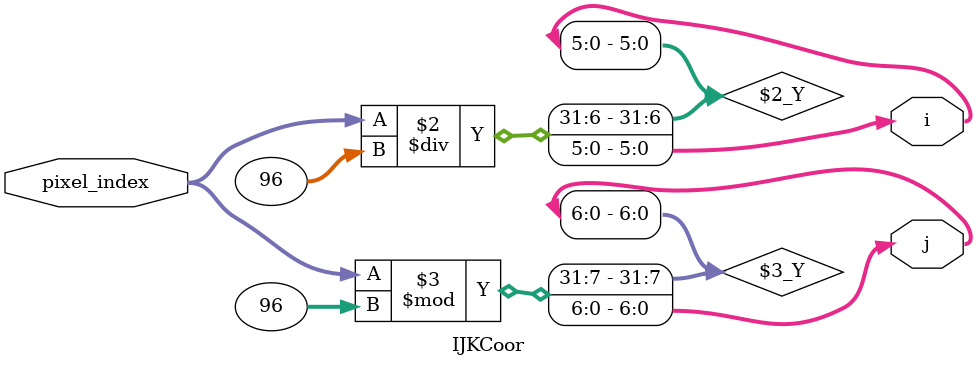
<source format=v>
`timescale 1ns / 1ps

module IJKCoor(
    input [12:0] pixel_index,
    output reg [5:0]i,
    output reg [6:0]j
    );
    
    always @ (*) begin
     i = pixel_index / 96;
     j = pixel_index % 96;
    end
    
endmodule

</source>
